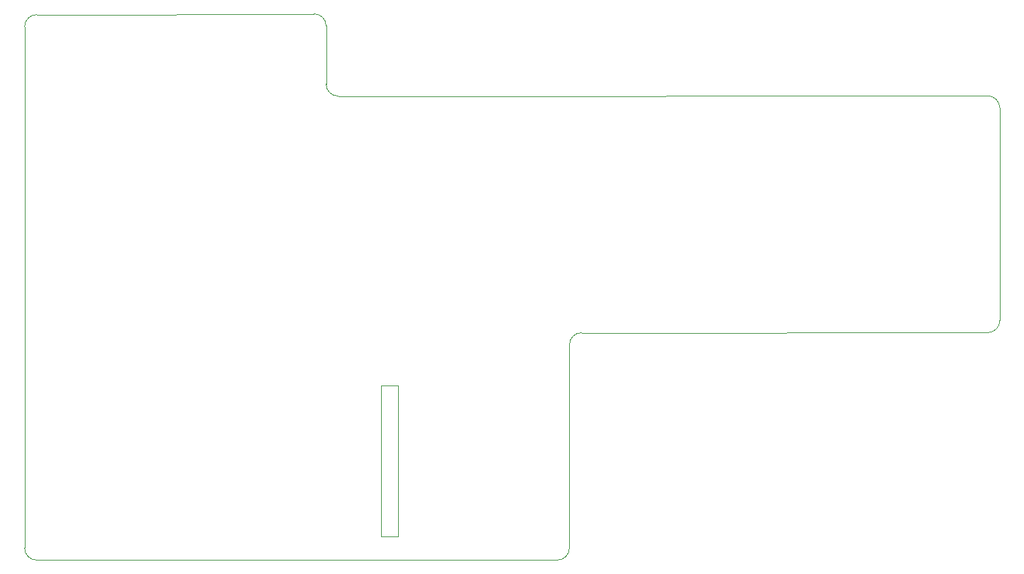
<source format=gbr>
%TF.GenerationSoftware,KiCad,Pcbnew,9.0.2*%
%TF.CreationDate,2025-07-28T15:43:42-04:00*%
%TF.ProjectId,WaterCam_mDot_WittyPi_AHT_BNO_Lepton,57617465-7243-4616-9d5f-6d446f745f57,rev?*%
%TF.SameCoordinates,Original*%
%TF.FileFunction,Profile,NP*%
%FSLAX46Y46*%
G04 Gerber Fmt 4.6, Leading zero omitted, Abs format (unit mm)*
G04 Created by KiCad (PCBNEW 9.0.2) date 2025-07-28 15:43:42*
%MOMM*%
%LPD*%
G01*
G04 APERTURE LIST*
%TA.AperFunction,Profile*%
%ADD10C,0.050000*%
%TD*%
G04 APERTURE END LIST*
D10*
X86959829Y-34594258D02*
X53910000Y-34690000D01*
X117450000Y-98420000D02*
G75*
G02*
X115990000Y-99860001I-1435700J-4500D01*
G01*
X117450000Y-98420000D02*
X117451771Y-74146735D01*
X89870000Y-44420000D02*
G75*
G02*
X88419679Y-42987924I-26500J1423600D01*
G01*
X52456135Y-36127986D02*
G75*
G02*
X53910000Y-34689967I1433965J4186D01*
G01*
X86959829Y-34594258D02*
G75*
G02*
X88417871Y-36030991I26071J-1431742D01*
G01*
X94980000Y-79020000D02*
X96980000Y-79020000D01*
X96980000Y-97020000D01*
X94980000Y-97020000D01*
X94980000Y-79020000D01*
X88419641Y-42988009D02*
X88417894Y-36030991D01*
X168793742Y-71221829D02*
X168790000Y-45827733D01*
X53906171Y-99860000D02*
X115990000Y-99860000D01*
X168793742Y-71221829D02*
G75*
G02*
X167357009Y-72679871I-1431742J-26071D01*
G01*
X167331000Y-44391000D02*
G75*
G02*
X168789029Y-45827733I26100J-1431700D01*
G01*
X117452000Y-74144000D02*
G75*
G02*
X118905249Y-72700175I1427229J16735D01*
G01*
X52456107Y-36127991D02*
X52448106Y-98427009D01*
X53906171Y-99863742D02*
G75*
G02*
X52448129Y-98427009I-26071J1431742D01*
G01*
X167331000Y-44391000D02*
X89870000Y-44420000D01*
X118901357Y-72700175D02*
X167357009Y-72679870D01*
M02*

</source>
